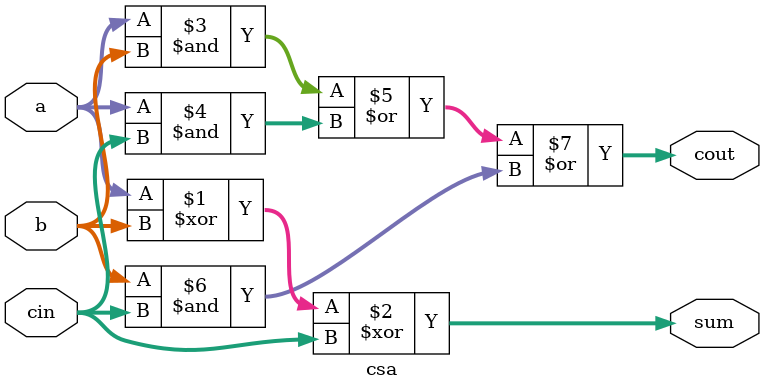
<source format=v>
module q3_csa(sum,n1,n2,n3,n4,n5,n6,n7,n8,n9,n10);
	input[7:0] n1,n2,n3,n4,n5,n6,n7,n8,n9,n10;
	output[14:0] sum;
	wire sf0,sf1,sf2,sf3,sf4,sf5,sf6,sf7,sf8,sf9,sf10,sf11,sf12,sf13,sf14,
		co1,co2,co3,co4,co5,co6,co7,co8,co9,co10,co11,co12,co13,co14;
	wire [7:0]s1,c1;
	wire [8:0]s2,c2;
	wire [9:0]s3,c3;
	wire [10:0]s4,c4;
	wire [11:0]s5,c5;
	wire [12:0]s6,c6;
	wire [13:0]s7,c7;
	wire [14:0]s8,c8;

	csa csa1(s1,c1,n1,n2,n3);
	csa #(9) csa2(s2,c2,{1'b0,s1},{1'b0,n4},{c1,1'b0});
	csa #(10) csa3(s3,c3,{1'b0,s2},{2'b00,n5},{c2,1'b0});

	csa #(11) csa4(s4,c4,{1'b0,s3},{3'b000,n6},{c3,1'b0});
	csa #(12) csa5(s5,c5,{1'b0,s4},{4'b0000,n7},{c4,1'b0});
	csa #(13) csa6(s6,c6,{1'b0,s5},{5'b00000,n8},{c5,1'b0});
	csa #(14) csa7(s7,c7,{1'b0,s6},{6'b000000,n9},{c6,1'b0});
	csa #(15) csa8(s8,c8,{1'b0,s7},{7'b0000000,n10},{c7,1'b0});


	csa #(1) fa0(sf0,co0,s8[0],1'b0,1'b0);
	csa #(1) fa1(sf1,co1,s8[1],c8[0],co0);
	csa #(1) fa2(sf2,co2,s8[2],c8[1],co1);
	csa #(1) fa3(sf3,co3,s8[3],c8[2],co2);
	csa #(1) fa4(sf4,co4,s8[4],c8[3],co3);
	csa #(1) fa5(sf5,co5,s8[5],c8[4],co4);
	csa #(1) fa6(sf6,co6,s8[6],c8[5],co5);
	csa #(1) fa7(sf7,co7,s8[7],c8[6],co6);
	csa #(1) fa8(sf8,co8,s8[8],c8[7],co7);
	csa #(1) fa9(sf9,co9,s8[9],c8[8],co8);
	csa #(1) fa10(sf10,co10,s8[10],c8[9],co9);
	csa #(1) fa11(sf11,co11,s8[11],c8[10],co10);
	csa #(1) fa12(sf12,co12,s8[12],c8[11],co11);
	csa #(1) fa13(sf13,co13,s8[13],c8[12],co12);
	csa #(1) fa14(sf14,co14,s8[14],c8[13],co13);

	assign sum = {co14,sf14,sf13,sf12,sf11,sf10,sf9,sf8,sf7,sf6,sf5,sf4,sf3,sf2,sf1,sf0};

endmodule

module csa(sum,cout,a,b,cin);

	parameter N = 8;
	input [N-1:0]a,b,cin;
	output [N-1:0]cout,sum;

	assign sum = a ^ b ^ cin;
	assign cout = a & b | a & cin | b & cin;

endmodule





</source>
